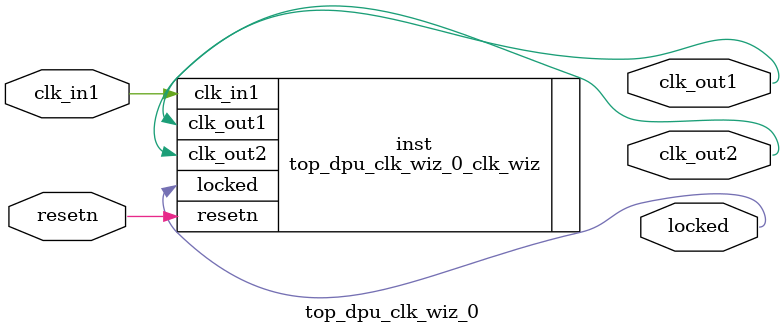
<source format=v>


`timescale 1ps/1ps

(* CORE_GENERATION_INFO = "top_dpu_clk_wiz_0,clk_wiz_v6_0_4_0_0,{component_name=top_dpu_clk_wiz_0,use_phase_alignment=true,use_min_o_jitter=false,use_max_i_jitter=false,use_dyn_phase_shift=false,use_inclk_switchover=false,use_dyn_reconfig=false,enable_axi=0,feedback_source=FDBK_AUTO,PRIMITIVE=MMCM,num_out_clk=2,clkin1_period=10.000,clkin2_period=10.000,use_power_down=false,use_reset=true,use_locked=true,use_inclk_stopped=false,feedback_type=SINGLE,CLOCK_MGR_TYPE=NA,manual_override=false}" *)

module top_dpu_clk_wiz_0 
 (
  // Clock out ports
  output        clk_out1,
  output        clk_out2,
  // Status and control signals
  input         resetn,
  output        locked,
 // Clock in ports
  input         clk_in1
 );

  top_dpu_clk_wiz_0_clk_wiz inst
  (
  // Clock out ports  
  .clk_out1(clk_out1),
  .clk_out2(clk_out2),
  // Status and control signals               
  .resetn(resetn), 
  .locked(locked),
 // Clock in ports
  .clk_in1(clk_in1)
  );

endmodule

</source>
